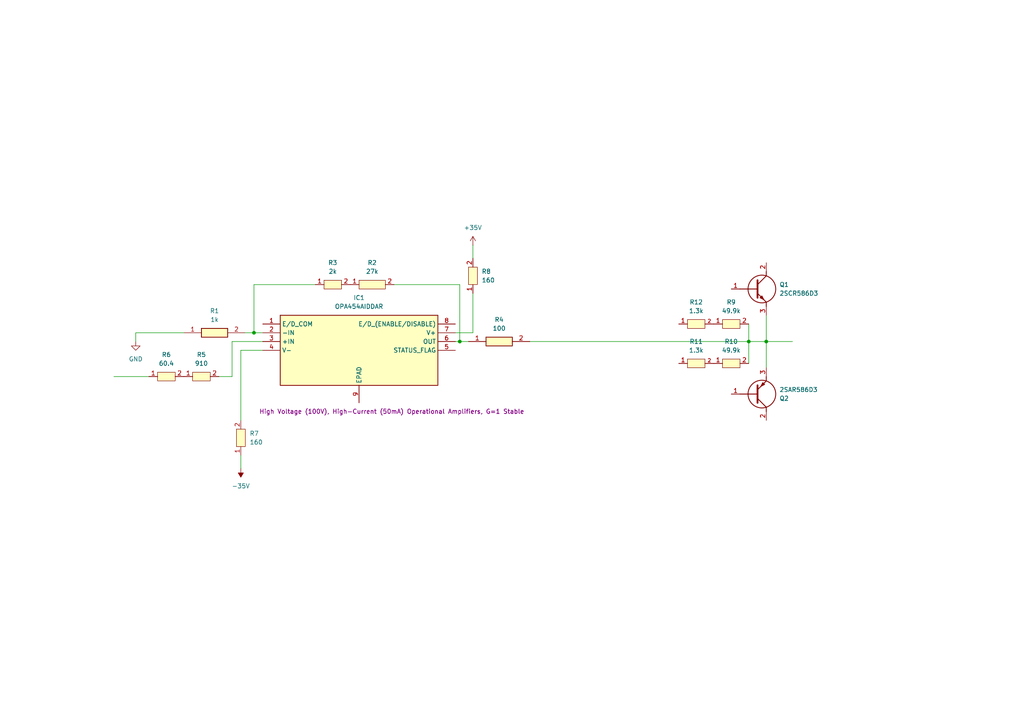
<source format=kicad_sch>
(kicad_sch (version 20250114) (generator "eeschema") (generator_version "9.0")
  (paper "A4")
  (lib_symbols
    (symbol "My_DigiKey_Components:RN73H2BTTD1301B25" (pin_names (offset 1.016))
      (property "Reference" "R" (at -7.6244 2.5415 0))
      (property "Value" "RN73H2BTTD1301B25" (at -7.63 -5.0866 0))
      (symbol "RN73H2BTTD1301B25_1_0"
        (pin passive line (at -7.62 0 0) (length 2.54) (name "~") (number "1"))
        (pin passive line (at 2.54 0 180) (length 2.54) (name "~") (number "2"))
      )
      (symbol "RN73H2BTTD1301B25_1_1"
        (rectangle (start -5.08 1.27) (end 0 -1.27) (fill (type background)))
      )
    )
    (symbol "My_DigiKey_Components:RN73H2ETTD60R4C25" (pin_names (offset 1.016))
      (property "Reference" "R" (at -7.6244 2.5415 0))
      (property "Value" "RN73H2ETTD60R4C25" (at -7.63 -5.0866 0))
      (symbol "RN73H2ETTD60R4C25_1_0"
        (pin passive line (at -7.62 0 0) (length 2.54) (name "") (number "1"))
        (pin passive line (at 2.54 0 180) (length 2.54) (name "") (number "2"))
      )
      (symbol "RN73H2ETTD60R4C25_1_1"
        (rectangle (start -5.08 1.27) (end 0 -1.27) (fill (type background)))
      )
    )
    (symbol "SamacSys_Parts:2SAR586D3" (pin_names (hide yes))
      (property "Reference" "Q" (at 13.97 1.27 0))
      (property "Value" "2SAR586D3" (at 13.97 -1.27 0))
      (symbol "2SAR586D3_1_1"
        (polyline (pts (xy 2.54 0) (xy 7.62 0)) (stroke (width 0.254)))
        (polyline (pts (xy 7.62 2.54) (xy 7.62 -2.54)) (stroke (width 0.508)))
        (polyline (pts (xy 7.62 1.27) (xy 10.16 3.81)) (stroke (width 0.254)))
        (polyline (pts (xy 7.62 -1.27) (xy 10.16 -3.81)) (stroke (width 0.254)))
        (circle (center 8.89 0) (radius 4.016) (stroke (width 0.254)))
        (polyline (pts (xy 9.652 -2.794) (xy 9.144 -3.302) (xy 8.636 -2.286) (xy 9.652 -2.794)) (stroke (width 0.254)) (fill (type outline)))
        (polyline (pts (xy 10.16 3.81) (xy 10.16 5.08)) (stroke (width 0.254)))
        (polyline (pts (xy 10.16 -3.81) (xy 10.16 -5.08)) (stroke (width 0.254)))
        (pin passive line (at 0 0 0) (length 2.54) (name "B") (number "1"))
        (pin passive line (at 10.16 7.62 270) (length 2.54) (name "C") (number "2"))
        (pin passive line (at 10.16 -7.62 90) (length 2.54) (name "E") (number "3"))
      )
    )
    (symbol "SamacSys_Parts:2SCR586D3" (pin_names (hide yes))
      (property "Reference" "Q" (at 13.97 1.27 0))
      (property "Value" "2SCR586D3" (at 13.97 -1.27 0))
      (symbol "2SCR586D3_1_1"
        (polyline (pts (xy 2.54 0) (xy 7.62 0)) (stroke (width 0.254)))
        (polyline (pts (xy 7.62 2.54) (xy 7.62 -2.54)) (stroke (width 0.508)))
        (polyline (pts (xy 7.62 1.27) (xy 10.16 3.81)) (stroke (width 0.254)))
        (polyline (pts (xy 7.62 -1.27) (xy 10.16 -3.81)) (stroke (width 0.254)))
        (polyline (pts (xy 8.382 -2.54) (xy 8.89 -2.032) (xy 9.398 -3.048) (xy 8.382 -2.54)) (stroke (width 0.254)) (fill (type outline)))
        (circle (center 8.89 0) (radius 4.016) (stroke (width 0.254)))
        (polyline (pts (xy 10.16 3.81) (xy 10.16 5.08)) (stroke (width 0.254)))
        (polyline (pts (xy 10.16 -3.81) (xy 10.16 -5.08)) (stroke (width 0.254)))
        (pin passive line (at 0 0 0) (length 2.54) (name "B") (number "1"))
        (pin passive line (at 10.16 7.62 270) (length 2.54) (name "C") (number "2"))
        (pin passive line (at 10.16 -7.62 90) (length 2.54) (name "E") (number "3"))
      )
    )
    (symbol "SamacSys_Parts:OPA454AIDDAR"
      (property "Reference" "IC" (at 52.07 7.62 0))
      (property "Value" "OPA454AIDDAR" (at 52.07 5.08 0))
      (property "Footprint" "SamacSys_Parts:SOIC127P600X170-9N" (at 52.07 -94.92 0))
      (symbol "OPA454AIDDAR_1_1"
        (rectangle (start 5.08 2.54) (end 50.8 -17.78) (stroke (width 0.254)) (fill (type background)))
        (pin passive line (at 0 0 0) (length 5.08) (name "E/D_COM") (number "1"))
        (pin passive line (at 0 -2.54 0) (length 5.08) (name "-IN") (number "2"))
        (pin passive line (at 0 -5.08 0) (length 5.08) (name "+IN") (number "3"))
        (pin passive line (at 0 -7.62 0) (length 5.08) (name "V-") (number "4"))
        (pin passive line (at 27.94 -22.86 90) (length 5.08) (name "EPAD") (number "9"))
        (pin passive line (at 55.88 0 180) (length 5.08) (name "E/D_(ENABLE/DISABLE)") (number "8"))
        (pin passive line (at 55.88 -2.54 180) (length 5.08) (name "V+") (number "7"))
        (pin passive line (at 55.88 -5.08 180) (length 5.08) (name "OUT") (number "6"))
        (pin passive line (at 55.88 -7.62 180) (length 5.08) (name "STATUS_FLAG") (number "5"))
      )
    )
    (symbol "SamacSys_Parts:RN73H2BTTD1001B10" (pin_names (hide yes))
      (property "Reference" "R" (at 13.97 6.35 0))
      (property "Value" "RN73H2BTTD1001B10" (at 13.97 3.81 0))
      (symbol "RN73H2BTTD1001B10_1_1"
        (rectangle (start 5.08 1.27) (end 12.7 -1.27) (stroke (width 0.254)) (fill (type background)))
        (pin passive line (at 0 0 0) (length 5.08) (name "1") (number "1"))
        (pin passive line (at 17.78 0 180) (length 5.08) (name "2") (number "2"))
      )
    )
    (symbol "SamacSys_Parts:RN73H2BTTD1600F50" (pin_names (hide yes))
      (property "Reference" "R" (at 11.43 5.08 0))
      (property "Value" "RN73H2BTTD1600F50" (at 11.43 2.54 0))
      (symbol "RN73H2BTTD1600F50_1_1"
        (rectangle (start 5.08 1.27) (end 10.16 -1.27) (fill (type background)))
        (pin passive line (at 2.54 0 0) (length 2.54) (name "") (number "1"))
        (pin passive line (at 12.7 0 180) (length 2.54) (name "") (number "2"))
      )
    )
    (symbol "SamacSys_Parts:RN73H2BTTD2001B10" (pin_names (hide yes))
      (property "Reference" "R" (at 6.604 7.366 0))
      (property "Value" "RN73H2BTTD2001B10" (at -1.524 4.318 0))
      (symbol "RN73H2BTTD2001B10_1_1"
        (rectangle (start 5.08 1.27) (end 10.16 -1.27) (fill (type background)))
        (pin passive line (at 2.54 0 0) (length 2.54) (name "") (number "1"))
        (pin passive line (at 12.7 0 180) (length 2.54) (name "") (number "2"))
      )
    )
    (symbol "SamacSys_Parts:RN73H2BTTD2702F50" (pin_names (hide yes))
      (property "Reference" "R" (at 5.334 5.842 0))
      (property "Value" "RN73H2BTTD2702F50" (at -3.048 3.556 0))
      (symbol "RN73H2BTTD2702F50_1_1"
        (rectangle (start 2.54 1.27) (end 10.16 -1.27) (fill (type background)))
        (pin passive line (at 0 0 0) (length 2.54) (name "") (number "1"))
        (pin passive line (at 12.7 0 180) (length 2.54) (name "") (number "2"))
      )
    )
    (symbol "SamacSys_Parts:RN73H2BTTD4992B10" (pin_names (hide yes))
      (property "Reference" "R" (at 11.43 5.08 0))
      (property "Value" "RN73H2BTTD4992B10" (at 11.43 2.54 0))
      (symbol "RN73H2BTTD4992B10_1_1"
        (rectangle (start 5.08 1.27) (end 10.16 -1.27) (fill (type background)))
        (pin passive line (at 2.54 0 0) (length 2.54) (name "") (number "1"))
        (pin passive line (at 12.7 0 180) (length 2.54) (name "") (number "2"))
      )
    )
    (symbol "SamacSys_Parts:RN73H2BTTD9100A05" (pin_names (hide yes))
      (property "Reference" "R" (at 11.43 5.08 0))
      (property "Value" "RN73H2BTTD9100A05" (at 11.43 2.54 0))
      (symbol "RN73H2BTTD9100A05_1_1"
        (rectangle (start 5.08 1.27) (end 10.16 -1.27) (fill (type background)))
        (pin passive line (at 2.54 0 0) (length 2.54) (name "") (number "1"))
        (pin passive line (at 12.7 0 180) (length 2.54) (name "") (number "2"))
      )
    )
    (symbol "SamacSys_Parts:RN73R2BTTD1000B25" (pin_names (hide yes))
      (property "Reference" "R" (at 13.97 6.35 0))
      (property "Value" "RN73R2BTTD1000B25" (at 13.97 3.81 0))
      (symbol "RN73R2BTTD1000B25_1_1"
        (rectangle (start 5.08 1.27) (end 12.7 -1.27) (stroke (width 0.254)) (fill (type background)))
        (pin passive line (at 0 0 0) (length 5.08) (name "1") (number "1"))
        (pin passive line (at 17.78 0 180) (length 5.08) (name "2") (number "2"))
      )
    )
    (symbol "power:+36V" (power) (pin_numbers (hide yes)) (pin_names (offset 0) (hide yes))
      (property "Value" "+36V" (at 0 3.556 0))
      (symbol "+36V_0_1"
        (polyline (pts (xy -0.762 1.27) (xy 0 2.54)))
        (polyline (pts (xy 0 2.54) (xy 0.762 1.27)))
        (polyline (pts (xy 0 0) (xy 0 2.54)))
      )
      (symbol "+36V_1_1"
        (pin power_in line (at 0 0 90) (length 0) (name "~") (number "1"))
      )
    )
    (symbol "power:-36V" (power) (pin_numbers (hide yes)) (pin_names (offset 0) (hide yes))
      (property "Value" "-36V" (at 0 3.556 0))
      (symbol "-36V_0_0"
        (pin power_in line (at 0 0 90) (length 0) (name "~") (number "1"))
      )
      (symbol "-36V_0_1"
        (polyline (pts (xy 0 0) (xy 0 1.27) (xy 0.762 1.27) (xy 0 2.54) (xy -0.762 1.27) (xy 0 1.27)) (fill (type outline)))
      )
    )
    (symbol "power:GND" (power) (pin_numbers (hide yes)) (pin_names (offset 0) (hide yes))
      (property "Value" "GND" (at 0 -3.81 0))
      (symbol "GND_0_1"
        (polyline (pts (xy 0 0) (xy 0 -1.27) (xy 1.27 -1.27) (xy 0 -2.54) (xy -1.27 -1.27) (xy 0 -1.27)))
      )
      (symbol "GND_1_1"
        (pin power_in line (at 0 0 270) (length 0) (name "~") (number "1"))
      )
    )
  )
  (junction (at 222.25 99.06))
  (junction (at 217.17 99.06))
  (junction (at 73.66 96.52))
  (junction (at 133.35 99.06))
  (wire (pts (xy 217.17 93.98) (xy 217.17 99.06)))
  (wire (pts (xy 133.35 99.06) (xy 135.89 99.06)))
  (wire (pts (xy 137.16 71.12) (xy 137.16 74.93)))
  (wire (pts (xy 67.31 109.22) (xy 63.5 109.22)))
  (wire (pts (xy 217.17 99.06) (xy 217.17 105.41)))
  (wire (pts (xy 222.25 91.44) (xy 222.25 99.06)))
  (wire (pts (xy 137.16 96.52) (xy 132.08 96.52)))
  (wire (pts (xy 69.85 135.89) (xy 69.85 132.08)))
  (wire (pts (xy 222.25 99.06) (xy 229.87 99.06)))
  (wire (pts (xy 133.35 82.55) (xy 133.35 99.06)))
  (wire (pts (xy 71.12 96.52) (xy 73.66 96.52)))
  (wire (pts (xy 217.17 99.06) (xy 222.25 99.06)))
  (wire (pts (xy 39.37 96.52) (xy 39.37 99.06)))
  (wire (pts (xy 137.16 85.09) (xy 137.16 96.52)))
  (wire (pts (xy 222.25 99.06) (xy 222.25 106.68)))
  (wire (pts (xy 73.66 82.55) (xy 73.66 96.52)))
  (wire (pts (xy 73.66 96.52) (xy 76.2 96.52)))
  (wire (pts (xy 69.85 121.92) (xy 69.85 101.6)))
  (wire (pts (xy 114.3 82.55) (xy 133.35 82.55)))
  (wire (pts (xy 69.85 101.6) (xy 76.2 101.6)))
  (wire (pts (xy 132.08 99.06) (xy 133.35 99.06)))
  (wire (pts (xy 91.44 82.55) (xy 73.66 82.55)))
  (wire (pts (xy 153.67 99.06) (xy 217.17 99.06)))
  (wire (pts (xy 33.02 109.22) (xy 43.18 109.22)))
  (wire (pts (xy 76.2 99.06) (xy 67.31 99.06)))
  (wire (pts (xy 67.31 99.06) (xy 67.31 109.22)))
  (wire (pts (xy 53.34 96.52) (xy 39.37 96.52)))
  (symbol (lib_id "SamacSys_Parts:RN73H2BTTD1600F50") (at 137.16 87.63 90) (unit 1)
    (property "Reference" "R8" (at 139.7 78.7399 90) (effects (justify right)))
    (property "Value" "160" (at 139.7 81.2799 90) (effects (justify right)))
    (property "Footprint" "SamacSys_Parts:RESC3216X70N" (effects (hide yes)))
    (property "Datasheet" "https://4donline.ihs.com/images/VipMasterIC/IC/KOAS/KOAS-S-A0024675729/KOAS-S-A0024871156-1.pdf?hkey=61A2E4C270F0397D049F8F05BD4F1054" (effects (hide yes)))
    (property "Description" "Thin Film Resistors - SMD 160Ohm,1206,1%,50ppm" (effects (hide yes)))
    (property "Height" "0.7" (effects (hide yes)))
    (property "Manufacturer_Name" "KOA Speer" (effects (hide yes)))
    (property "Manufacturer_Part_Number" "RN73H2BTTD1600F50" (effects (hide yes)))
  )
  (symbol (lib_id "My_DigiKey_Components:RN73H2BTTD1301B25") (at 204.47 93.98 0) (unit 1)
    (property "Reference" "R12" (at 201.93 87.63 0))
    (property "Value" "1.3k" (at 201.93 90.17 0))
    (property "Footprint" "My_DigiKey_Components:RESC3216X70N" (effects (hide yes)))
    (property "Datasheet" "https://www.koaspeer.com/pdfs/RN73H.pdf" (effects (hide yes)))
    (property "Description" "1.3 kOhms ±0.1% 0.25W, 1/4W Chip Resistor 1206 (3216 Metric) Automotive AEC-Q200, Moisture Resistant Metal Film" (effects (hide yes)))
    (property "Height" "0.7" (effects (hide yes)))
    (property "Manufacturer_Name" "KOA Speer Electronics, Inc." (effects (hide yes)))
    (property "Manufacturer_Part_Number" "RN73H2BTTD1301B25" (effects (hide yes)))
    (property "Sim.Device" "R" (effects (hide yes)))
    (property "Sim.Type" "=" (effects (hide yes)))
    (property "Sim.Params" "r=1300" (effects (hide yes)))
    (property "Sim.Pins" "1=+ 2=-" (effects (hide yes)))
  )
  (symbol (lib_id "SamacSys_Parts:OPA454AIDDAR") (at 76.2 93.98 0) (unit 1)
    (property "Reference" "IC1" (at 104.14 86.36 0))
    (property "Value" "OPA454AIDDAR" (at 104.14 88.9 0))
    (property "Footprint" "SamacSys_Parts:SOIC127P600X170-9N" (effects (hide yes)))
    (property "Datasheet" "http://www.ti.com/lit/gpn/OPA454" (effects (hide yes)))
    (property "Description" "High Voltage (100V), High-Current (50mA) Operational Amplifiers, G=1 Stable" (at 75.184 118.618 0) (effects (justify left top)))
    (property "Height" "1.7" (effects (hide yes)))
    (property "Manufacturer_Name" "Texas Instruments" (effects (hide yes)))
    (property "Manufacturer_Part_Number" "OPA454AIDDAR" (effects (hide yes)))
    (property "Mouser Part Number" "595-OPA454AIDDAR" (effects (hide yes)))
    (property "Mouser Price/Stock" "https://www.mouser.co.uk/ProductDetail/Texas-Instruments/OPA454AIDDAR?qs=ToK3%2FczOkx93eD8g%252BZuZ3A%3D%3D" (effects (hide yes)))
    (property "Arrow Part Number" "OPA454AIDDAR" (effects (hide yes)))
    (property "Arrow Price/Stock" "https://www.arrow.com/en/products/opa454aiddar/texas-instruments?utm_currency=USD&region=nac" (effects (hide yes)))
  )
  (symbol (lib_id "SamacSys_Parts:RN73H2BTTD4992B10") (at 204.47 105.41 0) (unit 1)
    (property "Reference" "R10" (at 212.09 99.06 0))
    (property "Value" "49.9k" (at 212.09 101.6 0))
    (property "Footprint" "SamacSys_Parts:RESC3216X70N" (effects (hide yes)))
    (property "Datasheet" "https://4donline.ihs.com/images/VipMasterIC/IC/KOAS/KOAS-S-A0024675729/KOAS-S-A0024871156-1.pdf?hkey=61A2E4C270F0397D049F8F05BD4F1054" (effects (hide yes)))
    (property "Description" "49.9 kOhms +/-0.1% 0.25W, 1/4W Chip Resistor 1206 (3216 Metric) Automotive AEC-Q200, Moisture Resistant Metal Film" (effects (hide yes)))
    (property "Height" "0.7" (effects (hide yes)))
    (property "Manufacturer_Name" "KOA Speer" (effects (hide yes)))
    (property "Manufacturer_Part_Number" "RN73H2BTTD4992B10" (effects (hide yes)))
  )
  (symbol (lib_id "SamacSys_Parts:RN73H2BTTD1600F50") (at 69.85 134.62 90) (unit 1)
    (property "Reference" "R7" (at 72.39 125.7299 90) (effects (justify right)))
    (property "Value" "160" (at 72.39 128.2699 90) (effects (justify right)))
    (property "Footprint" "SamacSys_Parts:RESC3216X70N" (effects (hide yes)))
    (property "Datasheet" "https://4donline.ihs.com/images/VipMasterIC/IC/KOAS/KOAS-S-A0024675729/KOAS-S-A0024871156-1.pdf?hkey=61A2E4C270F0397D049F8F05BD4F1054" (effects (hide yes)))
    (property "Description" "Thin Film Resistors - SMD 160Ohm,1206,1%,50ppm" (effects (hide yes)))
    (property "Height" "0.7" (effects (hide yes)))
    (property "Manufacturer_Name" "KOA Speer" (effects (hide yes)))
    (property "Manufacturer_Part_Number" "RN73H2BTTD1600F50" (effects (hide yes)))
  )
  (symbol (lib_id "power:+36V") (at 137.16 71.12 0) (unit 1)
    (property "Reference" "#PWR01" (effects (hide yes)))
    (property "Value" "+35V" (at 137.16 66.04 0))
    (property "Description" "Power symbol creates a global label with name \"+36V\"" (effects (hide yes)))
  )
  (symbol (lib_id "power:-36V") (at 69.85 135.89 180) (unit 1)
    (property "Reference" "#PWR02" (effects (hide yes)))
    (property "Value" "-35V" (at 69.85 140.97 0))
    (property "Description" "Power symbol creates a global label with name \"-36V\"" (effects (hide yes)))
  )
  (symbol (lib_id "SamacSys_Parts:2SCR586D3") (at 212.09 83.82 0) (unit 1)
    (property "Reference" "Q1" (at 226.06 82.5499 0) (effects (justify left)))
    (property "Value" "2SCR586D3" (at 226.06 85.0899 0) (effects (justify left)))
    (property "Footprint" "SamacSys_Parts:2SAR573D3FRA" (effects (hide yes)))
    (property "Datasheet" "https://fscdn.rohm.com/en/products/databook/datasheet/discrete/transistor/bipolar/2scr586d3tl1-e.pdf" (effects (hide yes)))
    (property "Description" "NPN, TO-252 (DPAK), 80V 5A, Power Transistor" (effects (hide yes)))
    (property "Height" "2.2" (effects (hide yes)))
    (property "Manufacturer_Name" "ROHM Semiconductor" (effects (hide yes)))
    (property "Manufacturer_Part_Number" "2SCR586D3" (effects (hide yes)))
    (property "Mouser Part Number" "N/A" (effects (hide yes)))
    (property "Mouser Price/Stock" "https://www.mouser.co.uk/ProductDetail/ROHM-Semiconductor/2SCR586D3?qs=W0yvOO0ixfFieosccLjBPQ%3D%3D" (effects (hide yes)))
  )
  (symbol (lib_id "SamacSys_Parts:RN73H2BTTD4992B10") (at 204.47 93.98 0) (unit 1)
    (property "Reference" "R9" (at 212.09 87.63 0))
    (property "Value" "49.9k" (at 212.09 90.17 0))
    (property "Footprint" "SamacSys_Parts:RESC3216X70N" (effects (hide yes)))
    (property "Datasheet" "https://4donline.ihs.com/images/VipMasterIC/IC/KOAS/KOAS-S-A0024675729/KOAS-S-A0024871156-1.pdf?hkey=61A2E4C270F0397D049F8F05BD4F1054" (effects (hide yes)))
    (property "Description" "49.9 kOhms +/-0.1% 0.25W, 1/4W Chip Resistor 1206 (3216 Metric) Automotive AEC-Q200, Moisture Resistant Metal Film" (effects (hide yes)))
    (property "Height" "0.7" (effects (hide yes)))
    (property "Manufacturer_Name" "KOA Speer" (effects (hide yes)))
    (property "Manufacturer_Part_Number" "RN73H2BTTD4992B10" (effects (hide yes)))
  )
  (symbol (lib_id "power:GND") (at 39.37 99.06 0) (unit 1)
    (property "Reference" "#PWR03" (effects (hide yes)))
    (property "Value" "GND" (at 39.37 104.14 0))
    (property "Description" "Power symbol creates a global label with name \"GND\" , ground" (effects (hide yes)))
  )
  (symbol (lib_id "My_DigiKey_Components:RN73H2ETTD60R4C25") (at 50.8 109.22 0) (unit 1)
    (property "Reference" "R6" (at 48.26 102.87 0))
    (property "Value" "60.4" (at 48.26 105.41 0))
    (property "Footprint" "My_DigiKey_Components:RESC3225X70N" (effects (hide yes)))
    (property "Datasheet" "https://www.koaspeer.com/pdfs/RN73H.pdf" (effects (hide yes)))
    (property "Description" "60.4 Ohms ±0.25% 0.25W, 1/4W Chip Resistor 1210 (3225 Metric) Automotive AEC-Q200, Moisture Resistant Metal Film" (effects (hide yes)))
    (property "Height" "0.7" (effects (hide yes)))
    (property "Manufacturer_Name" "KOA Speer Electronics, Inc." (effects (hide yes)))
    (property "Manufacturer_Part_Number" "RN73H2ETTD60R4C25" (effects (hide yes)))
  )
  (symbol (lib_id "SamacSys_Parts:2SAR586D3") (at 212.09 114.3 0) (mirror x) (unit 1)
    (property "Reference" "Q2" (at 226.06 115.5701 0) (effects (justify left)))
    (property "Value" "2SAR586D3" (at 226.06 113.0301 0) (effects (justify left)))
    (property "Footprint" "SamacSys_Parts:2SAR573D3FRA" (effects (hide yes)))
    (property "Datasheet" "https://fscdn.rohm.com/en/products/databook/datasheet/discrete/transistor/bipolar/2sar586d3tl1-e.pdf" (effects (hide yes)))
    (property "Description" "PNP, TO-252 (DPAK), -80V -5A, Power Transistor" (effects (hide yes)))
    (property "Height" "2.2" (effects (hide yes)))
    (property "Manufacturer_Name" "ROHM Semiconductor" (effects (hide yes)))
    (property "Manufacturer_Part_Number" "2SAR586D3" (effects (hide yes)))
    (property "Mouser Part Number" "N/A" (effects (hide yes)))
    (property "Mouser Price/Stock" "https://www.mouser.co.uk/ProductDetail/ROHM-Semiconductor/2SAR586D3?qs=W0yvOO0ixfHa7ZxjFo%252BRkg%3D%3D" (effects (hide yes)))
  )
  (symbol (lib_id "SamacSys_Parts:RN73H2BTTD2702F50") (at 101.6 82.55 0) (unit 1)
    (property "Reference" "R2" (at 107.95 76.2 0))
    (property "Value" "27k" (at 107.95 78.74 0))
    (property "Footprint" "SamacSys_Parts:RESC3216X70N" (effects (hide yes)))
    (property "Datasheet" "https://componentsearchengine.com/Datasheets/1/file://" (effects (hide yes)))
    (property "Description" "Thin Film Resistors - SMD 27kOhm,1206,1%,50ppm ,250mW,150V" (effects (hide yes)))
    (property "Height" "0.7" (effects (hide yes)))
    (property "Manufacturer_Name" "KOA Speer" (effects (hide yes)))
    (property "Manufacturer_Part_Number" "RN73H2BTTD2702F50" (effects (hide yes)))
  )
  (symbol (lib_id "SamacSys_Parts:RN73R2BTTD1000B25") (at 135.89 99.06 0) (unit 1)
    (property "Reference" "R4" (at 144.78 92.71 0))
    (property "Value" "100" (at 144.78 95.25 0))
    (property "Footprint" "SamacSys_Parts:RESC3216X70N" (effects (hide yes)))
    (property "Datasheet" "https://media.digikey.com/pdf/Data%20Sheets/KOA%20Speer/RN73R_Type_DS.pdf" (effects (hide yes)))
    (property "Description" "Thin Film Resistors - SMD 100 ohm 0.1% 25 ppm" (effects (hide yes)))
    (property "Height" "0.7" (effects (hide yes)))
    (property "Manufacturer_Name" "KOA Speer" (effects (hide yes)))
    (property "Manufacturer_Part_Number" "RN73R2BTTD1000B25" (effects (hide yes)))
    (property "Mouser Part Number" "660-RN73R2BTD1000B25" (effects (hide yes)))
    (property "Mouser Price/Stock" "https://www.mouser.co.uk/ProductDetail/KOA-Speer/RN73R2BTTD1000B25?qs=2WXlatMagcHMmPeZUNAYaA%3D%3D" (effects (hide yes)))
  )
  (symbol (lib_id "SamacSys_Parts:RN73H2BTTD1001B10") (at 53.34 96.52 0) (unit 1)
    (property "Reference" "R1" (at 62.23 90.17 0))
    (property "Value" "1k" (at 62.23 92.71 0))
    (property "Footprint" "SamacSys_Parts:RESC3216X70N" (effects (hide yes)))
    (property "Datasheet" "https://www.mouser.de/datasheet/2/219/RN73H-1843478.pdf" (effects (hide yes)))
    (property "Description" "Thin Film Resistors - SMD" (effects (hide yes)))
    (property "Height" "0.7" (effects (hide yes)))
    (property "Manufacturer_Name" "KOA Speer" (effects (hide yes)))
    (property "Manufacturer_Part_Number" "RN73H2BTTD1001B10" (effects (hide yes)))
    (property "Mouser Part Number" "660-RN73H2TD1001B10" (effects (hide yes)))
    (property "Mouser Price/Stock" "https://www.mouser.co.uk/ProductDetail/KOA-Speer/RN73H2BTTD1001B10?qs=kAOiFGjJ%2Fp3y9Payq9x5cw%3D%3D" (effects (hide yes)))
  )
  (symbol (lib_id "My_DigiKey_Components:RN73H2BTTD1301B25") (at 204.47 105.41 0) (unit 1)
    (property "Reference" "R11" (at 201.93 99.06 0))
    (property "Value" "1.3k" (at 201.93 101.6 0))
    (property "Footprint" "My_DigiKey_Components:RESC3216X70N" (effects (hide yes)))
    (property "Datasheet" "https://www.koaspeer.com/pdfs/RN73H.pdf" (effects (hide yes)))
    (property "Description" "1.3 kOhms ±0.1% 0.25W, 1/4W Chip Resistor 1206 (3216 Metric) Automotive AEC-Q200, Moisture Resistant Metal Film" (effects (hide yes)))
    (property "Height" "0.7" (effects (hide yes)))
    (property "Manufacturer_Name" "KOA Speer Electronics, Inc." (effects (hide yes)))
    (property "Manufacturer_Part_Number" "RN73H2BTTD1301B25" (effects (hide yes)))
    (property "Sim.Device" "R" (effects (hide yes)))
    (property "Sim.Type" "=" (effects (hide yes)))
    (property "Sim.Params" "r=1300" (effects (hide yes)))
    (property "Sim.Pins" "1=+ 2=-" (effects (hide yes)))
  )
  (symbol (lib_id "SamacSys_Parts:RN73H2BTTD9100A05") (at 50.8 109.22 0) (unit 1)
    (property "Reference" "R5" (at 58.42 102.87 0))
    (property "Value" "910" (at 58.42 105.41 0))
    (property "Footprint" "SamacSys_Parts:RESC3216X70N" (effects (hide yes)))
    (property "Datasheet" "https://4donline.ihs.com/images/VipMasterIC/IC/KOAS/KOAS-S-A0024675729/KOAS-S-A0024871156-1.pdf?hkey=61A2E4C270F0397D049F8F05BD4F1054" (effects (hide yes)))
    (property "Description" "910 Ohms +/-0.05% 0.25W, 1/4W Chip Resistor 1206 (3216 Metric) Automotive AEC-Q200, Moisture Resistant Metal Film" (effects (hide yes)))
    (property "Height" "0.7" (effects (hide yes)))
    (property "Manufacturer_Name" "KOA Speer" (effects (hide yes)))
    (property "Manufacturer_Part_Number" "RN73H2BTTD9100A05" (effects (hide yes)))
  )
  (symbol (lib_id "SamacSys_Parts:RN73H2BTTD2001B10") (at 88.9 82.55 0) (unit 1)
    (property "Reference" "R3" (at 96.52 76.2 0))
    (property "Value" "2k" (at 96.52 78.74 0))
    (property "Footprint" "SamacSys_Parts:RESC3216X70N" (effects (hide yes)))
    (property "Datasheet" "https://4donline.ihs.com/images/VipMasterIC/IC/KOAS/KOAS-S-A0024675729/KOAS-S-A0024871156-1.pdf?hkey=61A2E4C270F0397D049F8F05BD4F1054" (effects (hide yes)))
    (property "Description" "2 kOhms +/-0.1% 0.25W, 1/4W Chip Resistor 1206 (3216 Metric) Automotive AEC-Q200, Moisture Resistant Metal Film" (effects (hide yes)))
    (property "Height" "0.7" (effects (hide yes)))
    (property "Manufacturer_Name" "KOA Speer" (effects (hide yes)))
    (property "Manufacturer_Part_Number" "RN73H2BTTD2001B10" (effects (hide yes)))
  )
)
</source>
